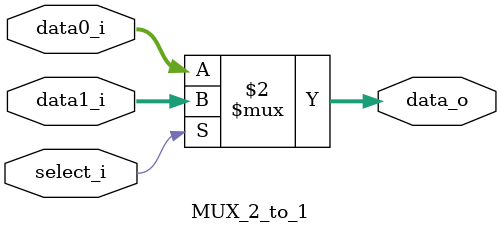
<source format=v>
`timescale 1ns / 1ps

module MUX_2_to_1(data0_i,data1_i,select_i,data_o);

    parameter size = 0;	
    input   [size-1:0] data0_i;          
    input   [size-1:0] data1_i;
	 input              select_i;
    output  [size-1:0] data_o; 
	 wire [size-1:0] data_o;
	 
    assign data_o=(select_i ==1 )?data1_i:data0_i;

endmodule

</source>
